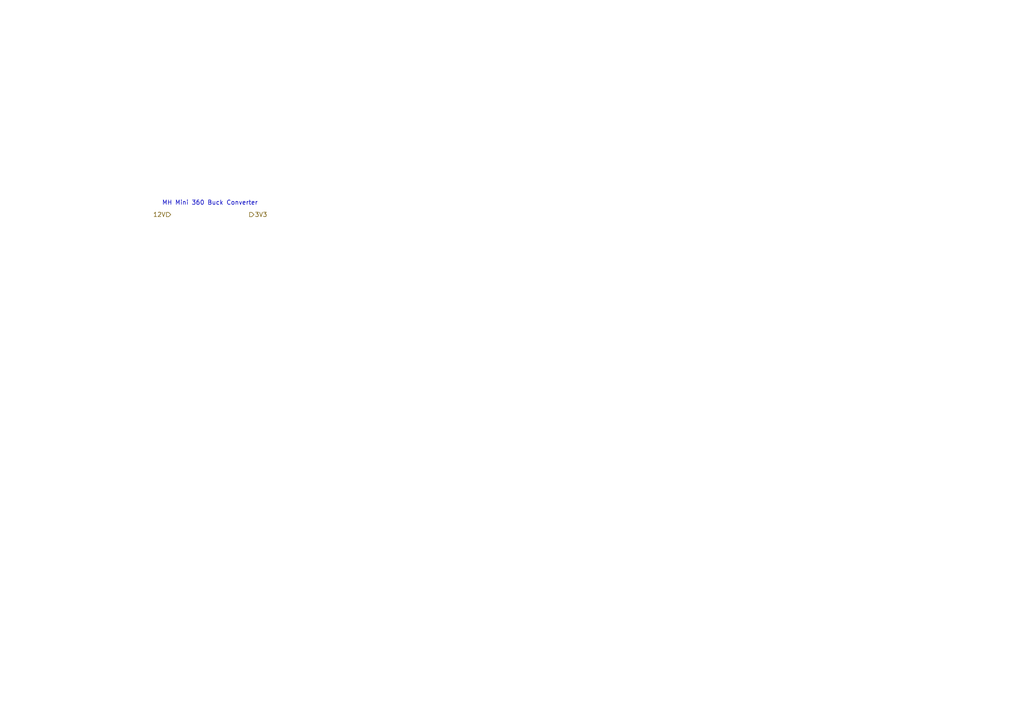
<source format=kicad_sch>
(kicad_sch (version 20211123) (generator eeschema)
  (paper "A4")
  (lib_symbols)
  (text "MH Mini 360 Buck Converter" (at 46.99 59.69 0) (effects (font (size 1.27 1.27)) (justify left bottom)))
  (hierarchical_label "12V" (shape input) (at 49.53 62.23 180))
  (hierarchical_label "3V3" (shape output) (at 72.39 62.23 0))
)
</source>
